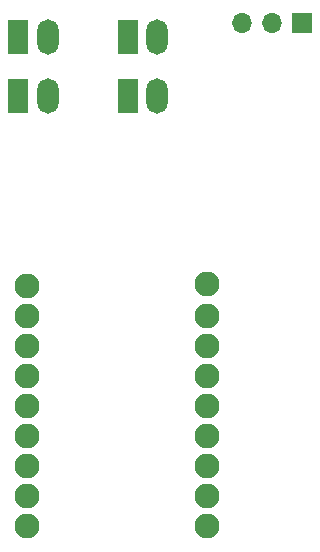
<source format=gbr>
%TF.GenerationSoftware,KiCad,Pcbnew,8.0.4*%
%TF.CreationDate,2024-08-15T17:47:52+02:00*%
%TF.ProjectId,Fingerprint_doorbell,46696e67-6572-4707-9269-6e745f646f6f,rev?*%
%TF.SameCoordinates,Original*%
%TF.FileFunction,Soldermask,Bot*%
%TF.FilePolarity,Negative*%
%FSLAX46Y46*%
G04 Gerber Fmt 4.6, Leading zero omitted, Abs format (unit mm)*
G04 Created by KiCad (PCBNEW 8.0.4) date 2024-08-15 17:47:52*
%MOMM*%
%LPD*%
G01*
G04 APERTURE LIST*
%ADD10R,1.700000X1.700000*%
%ADD11O,1.700000X1.700000*%
%ADD12R,1.800000X3.000000*%
%ADD13O,1.800000X3.000000*%
%ADD14C,2.109000*%
G04 APERTURE END LIST*
D10*
%TO.C,J4*%
X89540000Y-37500000D03*
D11*
X87000000Y-37500000D03*
X84460000Y-37500000D03*
%TD*%
D12*
%TO.C,J3*%
X74750000Y-38700000D03*
X74750000Y-43700000D03*
D13*
X77250000Y-38700000D03*
X77250000Y-43700000D03*
%TD*%
D12*
%TO.C,J2*%
X65500000Y-38700000D03*
X65500000Y-43700000D03*
D13*
X68000000Y-38700000D03*
X68000000Y-43700000D03*
%TD*%
D14*
%TO.C,U1*%
X66260000Y-67460000D03*
X66260000Y-70000000D03*
X66260000Y-72540000D03*
X66260000Y-64920000D03*
X66260000Y-75080000D03*
X66260000Y-77620000D03*
X66260000Y-59840000D03*
X66260000Y-80160000D03*
X81500000Y-80160000D03*
X81500000Y-77620000D03*
X81500000Y-75080000D03*
X81500000Y-72540000D03*
X81500000Y-70000000D03*
X81500000Y-67460000D03*
X81500000Y-64920000D03*
X66260000Y-62380000D03*
X81500000Y-62380000D03*
X81500000Y-59630000D03*
%TD*%
M02*

</source>
